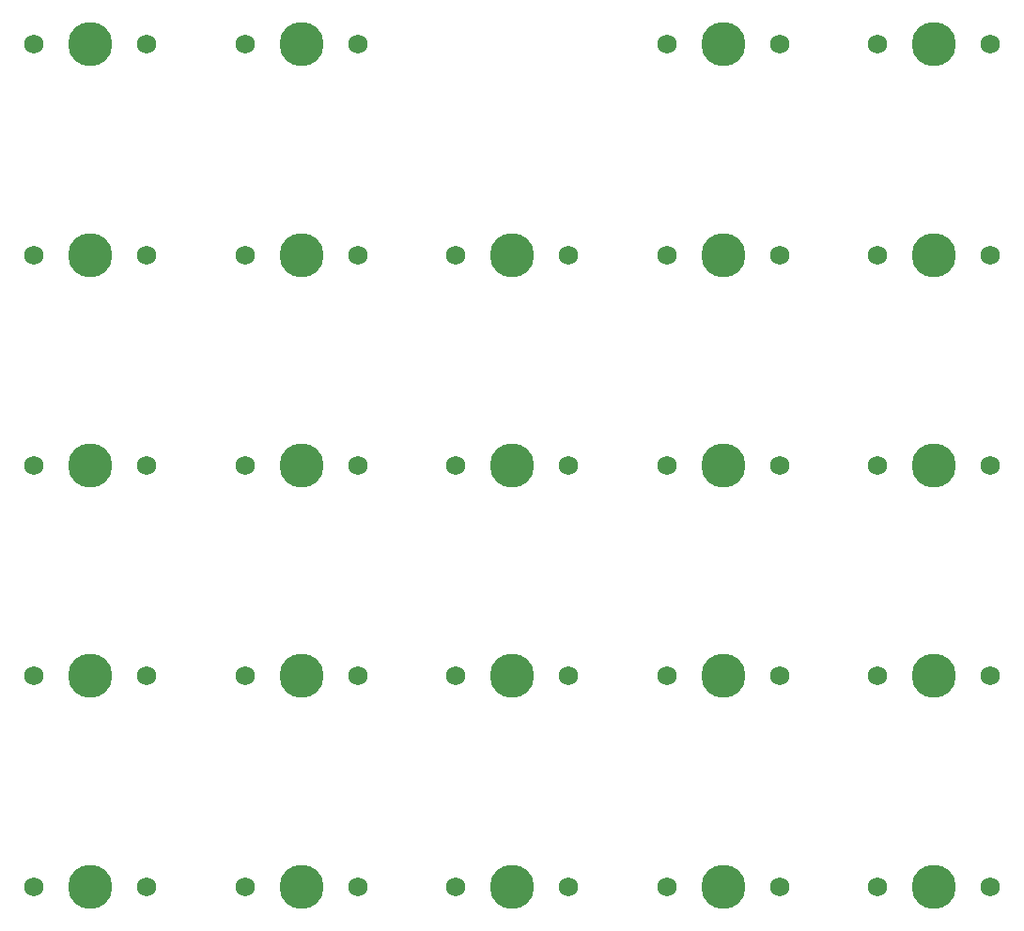
<source format=gbr>
%TF.GenerationSoftware,KiCad,Pcbnew,7.0.5*%
%TF.CreationDate,2023-09-25T20:55:42-06:00*%
%TF.ProjectId,switch_tester_macro_pad_r2,73776974-6368-45f7-9465-737465725f6d,rev?*%
%TF.SameCoordinates,Original*%
%TF.FileFunction,Soldermask,Top*%
%TF.FilePolarity,Negative*%
%FSLAX46Y46*%
G04 Gerber Fmt 4.6, Leading zero omitted, Abs format (unit mm)*
G04 Created by KiCad (PCBNEW 7.0.5) date 2023-09-25 20:55:42*
%MOMM*%
%LPD*%
G01*
G04 APERTURE LIST*
%ADD10C,1.750000*%
%ADD11C,3.987800*%
G04 APERTURE END LIST*
D10*
%TO.C,K24*%
X130954038Y-113043897D03*
D11*
X136034038Y-113043897D03*
D10*
X141114038Y-113043897D03*
%TD*%
%TO.C,K23*%
X111954038Y-113043897D03*
D11*
X117034038Y-113043897D03*
D10*
X122114038Y-113043897D03*
%TD*%
%TO.C,K22*%
X92954038Y-113043897D03*
D11*
X98034038Y-113043897D03*
D10*
X103114038Y-113043897D03*
%TD*%
%TO.C,K21*%
X73954038Y-113043897D03*
D11*
X79034038Y-113043897D03*
D10*
X84114038Y-113043897D03*
%TD*%
%TO.C,K20*%
X54954038Y-113043897D03*
D11*
X60034038Y-113043897D03*
D10*
X65114038Y-113043897D03*
%TD*%
%TO.C,K19*%
X54954038Y-94043897D03*
D11*
X60034038Y-94043897D03*
D10*
X65114038Y-94043897D03*
%TD*%
%TO.C,K18*%
X73954038Y-94043897D03*
D11*
X79034038Y-94043897D03*
D10*
X84114038Y-94043897D03*
%TD*%
%TO.C,K17*%
X92954038Y-94043897D03*
D11*
X98034038Y-94043897D03*
D10*
X103114038Y-94043897D03*
%TD*%
%TO.C,K16*%
X111954038Y-94043897D03*
D11*
X117034038Y-94043897D03*
D10*
X122114038Y-94043897D03*
%TD*%
%TO.C,K15*%
X130954038Y-94043897D03*
D11*
X136034038Y-94043897D03*
D10*
X141114038Y-94043897D03*
%TD*%
%TO.C,K14*%
X130954038Y-75043897D03*
D11*
X136034038Y-75043897D03*
D10*
X141114038Y-75043897D03*
%TD*%
%TO.C,K13*%
X111954038Y-75043897D03*
D11*
X117034038Y-75043897D03*
D10*
X122114038Y-75043897D03*
%TD*%
%TO.C,K12*%
X92954038Y-75043897D03*
D11*
X98034038Y-75043897D03*
D10*
X103114038Y-75043897D03*
%TD*%
%TO.C,K11*%
X73954038Y-75043897D03*
D11*
X79034038Y-75043897D03*
D10*
X84114038Y-75043897D03*
%TD*%
%TO.C,K10*%
X54954038Y-75043897D03*
D11*
X60034038Y-75043897D03*
D10*
X65114038Y-75043897D03*
%TD*%
%TO.C,K9*%
X54954038Y-56043897D03*
D11*
X60034038Y-56043897D03*
D10*
X65114038Y-56043897D03*
%TD*%
%TO.C,K8*%
X73954038Y-56043897D03*
D11*
X79034038Y-56043897D03*
D10*
X84114038Y-56043897D03*
%TD*%
%TO.C,K7*%
X92954038Y-56043897D03*
D11*
X98034038Y-56043897D03*
D10*
X103114038Y-56043897D03*
%TD*%
%TO.C,K6*%
X111954038Y-56043897D03*
D11*
X117034038Y-56043897D03*
D10*
X122114038Y-56043897D03*
%TD*%
%TO.C,K5*%
X130954038Y-56043897D03*
D11*
X136034038Y-56043897D03*
D10*
X141114038Y-56043897D03*
%TD*%
%TO.C,K4*%
X130954038Y-37043897D03*
D11*
X136034038Y-37043897D03*
D10*
X141114038Y-37043897D03*
%TD*%
%TO.C,K3*%
X111954038Y-37043897D03*
D11*
X117034038Y-37043897D03*
D10*
X122114038Y-37043897D03*
%TD*%
%TO.C,K2*%
X84114038Y-37043897D03*
D11*
X79034038Y-37043897D03*
D10*
X73954038Y-37043897D03*
%TD*%
%TO.C,K1*%
X65114038Y-37043897D03*
D11*
X60034038Y-37043897D03*
D10*
X54954038Y-37043897D03*
%TD*%
M02*

</source>
